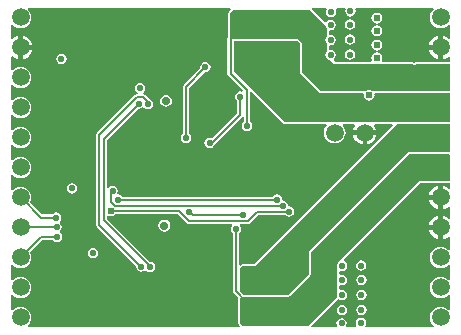
<source format=gbl>
G04*
G04 #@! TF.GenerationSoftware,Altium Limited,Altium Designer,18.0.11 (651)*
G04*
G04 Layer_Physical_Order=4*
G04 Layer_Color=16711680*
%FSLAX25Y25*%
%MOIN*%
G70*
G01*
G75*
%ADD38C,0.00800*%
%ADD42C,0.06299*%
%ADD43C,0.05906*%
%ADD44C,0.02200*%
%ADD45C,0.02410*%
%ADD46C,0.01968*%
%ADD47C,0.02400*%
%ADD48C,0.02800*%
G36*
X-2330Y2690D02*
X-2534Y2534D01*
X-3103Y1792D01*
X-3461Y927D01*
X-3583Y0D01*
X-3461Y-927D01*
X-3103Y-1792D01*
X-2534Y-2534D01*
X-1792Y-3103D01*
X-927Y-3461D01*
X0Y-3583D01*
X927Y-3461D01*
X1792Y-3103D01*
X2534Y-2534D01*
X2691Y-2330D01*
X3190Y-2499D01*
Y-6900D01*
X2691Y-7082D01*
X1993Y-6547D01*
X1032Y-6149D01*
X750Y-6112D01*
Y-10000D01*
Y-13888D01*
X1032Y-13851D01*
X1993Y-13453D01*
X2691Y-12918D01*
X3190Y-13100D01*
Y-14251D01*
X3190Y-14751D01*
X-7711Y-14751D01*
X-7886Y-14823D01*
X-8071Y-14860D01*
X-8257Y-14984D01*
X-8705Y-15073D01*
X-9154Y-14984D01*
X-9340Y-14860D01*
X-9526Y-14823D01*
X-9701Y-14751D01*
X-19420Y-14751D01*
X-19656Y-14310D01*
X-19584Y-14202D01*
X-19444Y-13500D01*
X-19584Y-12798D01*
X-19982Y-12202D01*
X-20577Y-11804D01*
X-21279Y-11665D01*
X-21982Y-11804D01*
X-22577Y-12202D01*
X-22975Y-12798D01*
X-23115Y-13500D01*
X-22975Y-14202D01*
X-22903Y-14310D01*
X-23139Y-14751D01*
X-35297Y-14751D01*
X-35668Y-14352D01*
X-35614Y-13861D01*
X-35411Y-13726D01*
X-35035Y-13163D01*
X-34903Y-12500D01*
X-35035Y-11837D01*
X-35411Y-11274D01*
X-35974Y-10899D01*
X-36637Y-10767D01*
X-36869Y-10813D01*
X-37256Y-10496D01*
Y-9504D01*
X-36869Y-9187D01*
X-36637Y-9233D01*
X-35974Y-9101D01*
X-35411Y-8726D01*
X-35035Y-8163D01*
X-34903Y-7500D01*
X-35035Y-6837D01*
X-35411Y-6274D01*
X-35974Y-5899D01*
X-36637Y-5767D01*
X-36869Y-5813D01*
X-37256Y-5496D01*
X-37256Y-4504D01*
X-36870Y-4187D01*
X-36637Y-4233D01*
X-35974Y-4101D01*
X-35411Y-3726D01*
X-35035Y-3163D01*
X-34903Y-2500D01*
X-35035Y-1837D01*
X-35411Y-1274D01*
X-35974Y-899D01*
X-36637Y-767D01*
X-37300Y-899D01*
X-37862Y-1274D01*
X-38025Y-1518D01*
X-38660Y-1590D01*
X-42940Y2690D01*
X-42733Y3190D01*
X-38252D01*
X-37985Y2690D01*
X-38070Y2563D01*
X-38202Y1900D01*
X-38070Y1237D01*
X-37694Y674D01*
X-37132Y299D01*
X-36468Y167D01*
X-35805Y299D01*
X-35243Y674D01*
X-34867Y1237D01*
X-34735Y1900D01*
X-34867Y2563D01*
X-34952Y2690D01*
X-34685Y3190D01*
X-31848D01*
X-31612Y2750D01*
X-31670Y2663D01*
X-31802Y2000D01*
X-31670Y1337D01*
X-31294Y774D01*
X-30732Y399D01*
X-30068Y267D01*
X-29405Y399D01*
X-28843Y774D01*
X-28467Y1337D01*
X-28335Y2000D01*
X-28467Y2663D01*
X-28525Y2750D01*
X-28289Y3190D01*
X-2499D01*
X-2330Y2690D01*
D02*
G37*
G36*
X-69952D02*
X-70665Y1978D01*
X-70855Y1519D01*
X-70855Y-6471D01*
X-70947Y-6610D01*
X-71025Y-7000D01*
Y-18774D01*
X-70947Y-19164D01*
X-70727Y-19495D01*
X-65932Y-24290D01*
X-66106Y-24771D01*
X-66136Y-24792D01*
X-66768Y-24667D01*
X-67432Y-24799D01*
X-67994Y-25174D01*
X-68370Y-25737D01*
X-68502Y-26400D01*
X-68370Y-27063D01*
X-67994Y-27626D01*
X-67788Y-27763D01*
Y-31978D01*
X-76198Y-40388D01*
X-76337Y-40295D01*
X-77000Y-40163D01*
X-77663Y-40295D01*
X-78226Y-40671D01*
X-78601Y-41234D01*
X-78733Y-41897D01*
X-78601Y-42560D01*
X-78226Y-43122D01*
X-77663Y-43498D01*
X-77000Y-43630D01*
X-76337Y-43498D01*
X-75774Y-43122D01*
X-75399Y-42560D01*
X-75377Y-42450D01*
X-66047Y-33121D01*
X-66020Y-33079D01*
X-65520Y-33231D01*
Y-34790D01*
X-65726Y-34928D01*
X-66101Y-35490D01*
X-66233Y-36154D01*
X-66101Y-36817D01*
X-65726Y-37379D01*
X-65163Y-37755D01*
X-64500Y-37887D01*
X-63837Y-37755D01*
X-63274Y-37379D01*
X-62899Y-36817D01*
X-62767Y-36154D01*
X-62899Y-35490D01*
X-63274Y-34928D01*
X-63480Y-34790D01*
Y-24988D01*
X-63019Y-24797D01*
X-52456Y-35359D01*
X-51997Y-35549D01*
X-38178D01*
X-37943Y-36049D01*
X-38372Y-36608D01*
X-38730Y-37473D01*
X-38852Y-38400D01*
X-38730Y-39327D01*
X-38372Y-40192D01*
X-37802Y-40934D01*
X-37060Y-41503D01*
X-36196Y-41861D01*
X-35268Y-41983D01*
X-34341Y-41861D01*
X-33477Y-41503D01*
X-32735Y-40934D01*
X-32165Y-40192D01*
X-31807Y-39327D01*
X-31685Y-38400D01*
X-31807Y-37473D01*
X-32165Y-36608D01*
X-32594Y-36049D01*
X-32359Y-35549D01*
X-28694D01*
X-28447Y-36049D01*
X-28721Y-36407D01*
X-29119Y-37368D01*
X-29157Y-37650D01*
X-21380D01*
X-21417Y-37368D01*
X-21816Y-36407D01*
X-22090Y-36049D01*
X-21843Y-35549D01*
X-16193D01*
X-16002Y-36011D01*
X-62141Y-82151D01*
X-65824D01*
X-66283Y-82341D01*
X-66680Y-82738D01*
X-67180Y-82531D01*
Y-71963D01*
X-66974Y-71826D01*
X-66599Y-71263D01*
X-66467Y-70600D01*
X-66599Y-69937D01*
X-66944Y-69420D01*
X-66892Y-69204D01*
X-66755Y-68920D01*
X-64100D01*
X-63710Y-68842D01*
X-63379Y-68621D01*
X-60678Y-65920D01*
X-51730D01*
X-51726Y-65926D01*
X-51163Y-66301D01*
X-50500Y-66433D01*
X-49837Y-66301D01*
X-49274Y-65926D01*
X-48899Y-65363D01*
X-48767Y-64700D01*
X-48899Y-64037D01*
X-49274Y-63474D01*
X-49837Y-63099D01*
X-50500Y-62967D01*
X-50918Y-62540D01*
X-50999Y-62137D01*
X-51374Y-61574D01*
X-51937Y-61199D01*
X-52340Y-61118D01*
X-52767Y-60700D01*
X-52899Y-60037D01*
X-53274Y-59474D01*
X-53837Y-59099D01*
X-54500Y-58967D01*
X-55163Y-59099D01*
X-55726Y-59474D01*
X-55897Y-59730D01*
X-106103D01*
X-106274Y-59474D01*
X-106837Y-59099D01*
X-107441Y-58978D01*
X-107600Y-58759D01*
X-107724Y-58501D01*
X-107699Y-58463D01*
X-107567Y-57800D01*
X-107699Y-57137D01*
X-108074Y-56574D01*
X-108637Y-56199D01*
X-109300Y-56067D01*
X-109963Y-56199D01*
X-110526Y-56574D01*
X-110775Y-56948D01*
X-111275Y-56796D01*
Y-40844D01*
X-100788Y-30356D01*
X-100400Y-30433D01*
X-99737Y-30301D01*
X-99174Y-29926D01*
X-98743Y-30181D01*
X-98263Y-30501D01*
X-97600Y-30633D01*
X-96937Y-30501D01*
X-96374Y-30126D01*
X-95999Y-29563D01*
X-95867Y-28900D01*
X-95999Y-28237D01*
X-96374Y-27674D01*
X-96937Y-27299D01*
X-97109Y-27264D01*
X-97279Y-27009D01*
X-98409Y-25879D01*
X-98740Y-25658D01*
X-99110Y-25584D01*
X-99142Y-25531D01*
X-99256Y-25080D01*
X-98874Y-24826D01*
X-98499Y-24263D01*
X-98367Y-23600D01*
X-98499Y-22937D01*
X-98874Y-22374D01*
X-99437Y-21999D01*
X-100100Y-21867D01*
X-100763Y-21999D01*
X-101326Y-22374D01*
X-101701Y-22937D01*
X-101833Y-23600D01*
X-101701Y-24263D01*
X-101326Y-24826D01*
X-100944Y-25080D01*
X-101096Y-25580D01*
X-101270D01*
X-101660Y-25658D01*
X-101991Y-25879D01*
X-114416Y-38304D01*
X-114637Y-38635D01*
X-114715Y-39025D01*
Y-69056D01*
X-114637Y-69446D01*
X-114416Y-69777D01*
X-101391Y-82802D01*
X-101439Y-83046D01*
X-101307Y-83709D01*
X-100931Y-84271D01*
X-100369Y-84647D01*
X-99705Y-84779D01*
X-99042Y-84647D01*
X-98680Y-84405D01*
X-98249Y-84343D01*
X-97982Y-84425D01*
X-97569Y-84701D01*
X-96905Y-84833D01*
X-96242Y-84701D01*
X-95680Y-84326D01*
X-95304Y-83763D01*
X-95172Y-83100D01*
X-95304Y-82437D01*
X-95680Y-81874D01*
X-96242Y-81499D01*
X-96905Y-81367D01*
X-96961Y-81378D01*
X-111275Y-67064D01*
Y-66249D01*
X-110834Y-66013D01*
X-110704Y-66100D01*
X-110000Y-66240D01*
X-109296Y-66100D01*
X-108699Y-65701D01*
X-108510Y-65420D01*
X-87722D01*
X-84521Y-68621D01*
X-84190Y-68842D01*
X-83800Y-68920D01*
X-69645D01*
X-69508Y-69204D01*
X-69456Y-69420D01*
X-69801Y-69937D01*
X-69933Y-70600D01*
X-69801Y-71263D01*
X-69426Y-71826D01*
X-69220Y-71963D01*
Y-90893D01*
X-69288Y-91237D01*
X-69210Y-91627D01*
X-68989Y-91958D01*
X-67329Y-93619D01*
X-67355Y-93682D01*
X-67355Y-101900D01*
X-67355Y-101900D01*
X-67355Y-101900D01*
X-67273Y-102098D01*
X-67165Y-102359D01*
X-67165Y-102359D01*
X-67165Y-102359D01*
X-66795Y-102728D01*
X-66987Y-103190D01*
X-137501D01*
X-137670Y-102690D01*
X-137466Y-102534D01*
X-136897Y-101792D01*
X-136539Y-100927D01*
X-136417Y-100000D01*
X-136539Y-99073D01*
X-136897Y-98208D01*
X-137466Y-97466D01*
X-138208Y-96897D01*
X-139073Y-96539D01*
X-140000Y-96417D01*
X-140927Y-96539D01*
X-141792Y-96897D01*
X-142534Y-97466D01*
X-142691Y-97670D01*
X-143191Y-97500D01*
Y-92500D01*
X-142691Y-92330D01*
X-142534Y-92534D01*
X-141792Y-93103D01*
X-140927Y-93461D01*
X-140000Y-93583D01*
X-139073Y-93461D01*
X-138208Y-93103D01*
X-137466Y-92534D01*
X-136897Y-91792D01*
X-136539Y-90927D01*
X-136417Y-90000D01*
X-136539Y-89073D01*
X-136897Y-88208D01*
X-137466Y-87466D01*
X-138208Y-86897D01*
X-139073Y-86539D01*
X-140000Y-86417D01*
X-140927Y-86539D01*
X-141792Y-86897D01*
X-142534Y-87466D01*
X-142691Y-87670D01*
X-143191Y-87501D01*
Y-82499D01*
X-142691Y-82330D01*
X-142534Y-82534D01*
X-141792Y-83103D01*
X-140927Y-83461D01*
X-140000Y-83583D01*
X-139073Y-83461D01*
X-138208Y-83103D01*
X-137466Y-82534D01*
X-136897Y-81792D01*
X-136539Y-80927D01*
X-136417Y-80000D01*
X-136539Y-79073D01*
X-136858Y-78300D01*
X-132678Y-74120D01*
X-129263D01*
X-129126Y-74326D01*
X-128563Y-74701D01*
X-127900Y-74833D01*
X-127237Y-74701D01*
X-126674Y-74326D01*
X-126299Y-73763D01*
X-126167Y-73100D01*
X-126299Y-72437D01*
X-126674Y-71874D01*
X-126836Y-71767D01*
Y-71337D01*
X-126765Y-71212D01*
X-126399Y-70663D01*
X-126267Y-70000D01*
X-126399Y-69337D01*
X-126774Y-68774D01*
X-127009Y-68617D01*
Y-68016D01*
X-126874Y-67926D01*
X-126499Y-67363D01*
X-126367Y-66700D01*
X-126499Y-66037D01*
X-126874Y-65474D01*
X-127437Y-65099D01*
X-128100Y-64967D01*
X-128763Y-65099D01*
X-129326Y-65474D01*
X-129463Y-65680D01*
X-132878D01*
X-136858Y-61700D01*
X-136539Y-60927D01*
X-136417Y-60000D01*
X-136539Y-59073D01*
X-136897Y-58208D01*
X-137466Y-57466D01*
X-138208Y-56897D01*
X-139073Y-56539D01*
X-140000Y-56417D01*
X-140927Y-56539D01*
X-141792Y-56897D01*
X-142534Y-57466D01*
X-142691Y-57670D01*
X-143191Y-57501D01*
Y-52499D01*
X-142691Y-52330D01*
X-142534Y-52534D01*
X-141792Y-53103D01*
X-140927Y-53461D01*
X-140000Y-53583D01*
X-139073Y-53461D01*
X-138208Y-53103D01*
X-137466Y-52534D01*
X-136897Y-51792D01*
X-136539Y-50927D01*
X-136417Y-50000D01*
X-136539Y-49073D01*
X-136897Y-48208D01*
X-137466Y-47466D01*
X-138208Y-46897D01*
X-139073Y-46539D01*
X-140000Y-46417D01*
X-140927Y-46539D01*
X-141792Y-46897D01*
X-142534Y-47466D01*
X-142691Y-47670D01*
X-143191Y-47501D01*
Y-42499D01*
X-142691Y-42330D01*
X-142534Y-42534D01*
X-141792Y-43103D01*
X-140927Y-43461D01*
X-140000Y-43583D01*
X-139073Y-43461D01*
X-138208Y-43103D01*
X-137466Y-42534D01*
X-136897Y-41792D01*
X-136539Y-40927D01*
X-136417Y-40000D01*
X-136539Y-39073D01*
X-136897Y-38208D01*
X-137466Y-37466D01*
X-138208Y-36897D01*
X-139073Y-36539D01*
X-140000Y-36417D01*
X-140927Y-36539D01*
X-141792Y-36897D01*
X-142534Y-37466D01*
X-142691Y-37670D01*
X-143191Y-37501D01*
X-143191Y-32499D01*
X-142691Y-32330D01*
X-142534Y-32534D01*
X-141792Y-33103D01*
X-140927Y-33461D01*
X-140000Y-33583D01*
X-139073Y-33461D01*
X-138208Y-33103D01*
X-137466Y-32534D01*
X-136897Y-31792D01*
X-136539Y-30927D01*
X-136417Y-30000D01*
X-136539Y-29073D01*
X-136897Y-28208D01*
X-137466Y-27466D01*
X-138208Y-26897D01*
X-139073Y-26539D01*
X-140000Y-26417D01*
X-140927Y-26539D01*
X-141792Y-26897D01*
X-142534Y-27466D01*
X-142691Y-27670D01*
X-143191Y-27501D01*
Y-22499D01*
X-142691Y-22330D01*
X-142534Y-22534D01*
X-141792Y-23103D01*
X-140927Y-23461D01*
X-140000Y-23583D01*
X-139073Y-23461D01*
X-138208Y-23103D01*
X-137466Y-22534D01*
X-136897Y-21792D01*
X-136539Y-20927D01*
X-136417Y-20000D01*
X-136539Y-19073D01*
X-136897Y-18208D01*
X-137466Y-17466D01*
X-138208Y-16897D01*
X-139073Y-16539D01*
X-140000Y-16417D01*
X-140927Y-16539D01*
X-141792Y-16897D01*
X-142534Y-17466D01*
X-142691Y-17670D01*
X-143191Y-17501D01*
Y-13100D01*
X-142691Y-12918D01*
X-141993Y-13453D01*
X-141032Y-13851D01*
X-140750Y-13888D01*
Y-10000D01*
Y-6112D01*
X-141032Y-6149D01*
X-141993Y-6547D01*
X-142691Y-7082D01*
X-143191Y-6900D01*
Y-2499D01*
X-142691Y-2330D01*
X-142534Y-2534D01*
X-141792Y-3103D01*
X-140927Y-3461D01*
X-140000Y-3583D01*
X-139073Y-3461D01*
X-138208Y-3103D01*
X-137466Y-2534D01*
X-136897Y-1792D01*
X-136539Y-927D01*
X-136417Y0D01*
X-136539Y927D01*
X-136897Y1792D01*
X-137466Y2534D01*
X-137670Y2690D01*
X-137501Y3190D01*
X-70159D01*
X-69952Y2690D01*
D02*
G37*
G36*
X-47905Y2400D02*
X-47905Y2400D01*
X-43568Y2400D01*
X-38296Y-2873D01*
X-38238Y-3163D01*
X-37905Y-3661D01*
X-37905Y-6339D01*
X-38238Y-6837D01*
X-38370Y-7500D01*
X-38238Y-8163D01*
X-37905Y-8661D01*
Y-11339D01*
X-38238Y-11837D01*
X-38370Y-12500D01*
X-38238Y-13163D01*
X-37862Y-13726D01*
X-37300Y-14101D01*
X-36964Y-14168D01*
X-35732Y-15400D01*
X-9701Y-15400D01*
X-9408Y-15596D01*
X-8705Y-15735D01*
X-8003Y-15596D01*
X-7711Y-15400D01*
X3190Y-15400D01*
Y-24400D01*
X-22810D01*
X-23103Y-24204D01*
X-23806Y-24065D01*
X-24508Y-24204D01*
X-24801Y-24400D01*
X-39999D01*
X-46256Y-18143D01*
Y-15070D01*
Y-8600D01*
X-46352Y-8370D01*
X-46446Y-8141D01*
X-47197Y-7390D01*
X-47197Y-7390D01*
X-47197Y-7390D01*
X-47413Y-7301D01*
X-47506Y-7262D01*
Y-7200D01*
X-69705Y-7200D01*
X-70205Y-6700D01*
X-70205Y1519D01*
X-69324Y2400D01*
X-47905Y2400D01*
D02*
G37*
G36*
X-47656Y-7849D02*
X-46905Y-8600D01*
Y-15070D01*
D01*
Y-18412D01*
X-40268Y-25049D01*
X-25958D01*
X-25571Y-25549D01*
X-25641Y-25900D01*
X-25501Y-26602D01*
X-25103Y-27198D01*
X-24508Y-27596D01*
X-23806Y-27735D01*
X-23103Y-27596D01*
X-22508Y-27198D01*
X-22110Y-26602D01*
X-21970Y-25900D01*
X-22040Y-25549D01*
X-21653Y-25049D01*
X3190D01*
Y-34900D01*
X-24635D01*
X-25268Y-34817D01*
X-25902Y-34900D01*
X-34635D01*
X-35268Y-34817D01*
X-35902Y-34900D01*
X-51997D01*
X-68986Y-17911D01*
Y-17600D01*
Y-16587D01*
D01*
Y-7849D01*
X-47656Y-7849D01*
D02*
G37*
G36*
X3190Y-45954D02*
Y-54600D01*
X-6968Y-54600D01*
X-33712Y-81344D01*
X-34057Y-81574D01*
X-34288Y-81919D01*
X-34400Y-82032D01*
Y-82088D01*
X-34433Y-82137D01*
X-34565Y-82800D01*
X-34433Y-83463D01*
X-34400Y-83512D01*
X-34400Y-86935D01*
X-34401Y-86937D01*
X-34533Y-87600D01*
X-34401Y-88263D01*
X-34400Y-88265D01*
X-34400Y-91935D01*
X-34401Y-91937D01*
X-34533Y-92600D01*
X-34445Y-93045D01*
X-44300Y-102900D01*
X-60115Y-102900D01*
X-60156Y-102800D01*
X-65806Y-102800D01*
X-66706Y-101900D01*
X-66705Y-93682D01*
X-66124Y-93100D01*
X-50968D01*
X-50918Y-93049D01*
X-50768D01*
X-50309Y-92859D01*
X-43540Y-86090D01*
X-43540Y-86090D01*
X-43540D01*
X-43350Y-85631D01*
X-43350Y-85631D01*
X-43350Y-85631D01*
X-43350Y-83206D01*
X-43351Y-83205D01*
Y-78482D01*
X-10469Y-45600D01*
X2837Y-45600D01*
X3190Y-45954D01*
D02*
G37*
G36*
Y-55249D02*
Y-56900D01*
X2690Y-57082D01*
X1993Y-56547D01*
X1032Y-56149D01*
X750Y-56112D01*
Y-60000D01*
Y-63888D01*
X1032Y-63851D01*
X1993Y-63453D01*
X2690Y-62918D01*
X3190Y-63100D01*
Y-66900D01*
X2690Y-67082D01*
X1993Y-66547D01*
X1032Y-66149D01*
X750Y-66112D01*
Y-70000D01*
Y-73888D01*
X1032Y-73851D01*
X1993Y-73453D01*
X2690Y-72918D01*
X3190Y-73100D01*
X3190Y-77500D01*
X2690Y-77670D01*
X2534Y-77466D01*
X1792Y-76897D01*
X927Y-76539D01*
X0Y-76417D01*
X-927Y-76539D01*
X-1792Y-76897D01*
X-2534Y-77466D01*
X-3103Y-78208D01*
X-3461Y-79073D01*
X-3583Y-80000D01*
X-3461Y-80927D01*
X-3103Y-81792D01*
X-2534Y-82534D01*
X-1792Y-83103D01*
X-927Y-83461D01*
X0Y-83583D01*
X927Y-83461D01*
X1792Y-83103D01*
X2534Y-82534D01*
X2690Y-82330D01*
X3190Y-82499D01*
Y-87501D01*
X2690Y-87670D01*
X2534Y-87466D01*
X1792Y-86897D01*
X927Y-86539D01*
X0Y-86417D01*
X-927Y-86539D01*
X-1792Y-86897D01*
X-2534Y-87466D01*
X-3103Y-88208D01*
X-3461Y-89073D01*
X-3583Y-90000D01*
X-3461Y-90927D01*
X-3103Y-91792D01*
X-2534Y-92534D01*
X-1792Y-93103D01*
X-927Y-93461D01*
X0Y-93583D01*
X927Y-93461D01*
X1792Y-93103D01*
X2534Y-92534D01*
X2690Y-92330D01*
X3190Y-92500D01*
X3190Y-97500D01*
X2690Y-97670D01*
X2534Y-97466D01*
X1792Y-96897D01*
X927Y-96539D01*
X0Y-96417D01*
X-927Y-96539D01*
X-1792Y-96897D01*
X-2534Y-97466D01*
X-3103Y-98208D01*
X-3461Y-99073D01*
X-3583Y-100000D01*
X-3461Y-100927D01*
X-3103Y-101792D01*
X-2534Y-102534D01*
X-2330Y-102690D01*
X-2499Y-103190D01*
X-24785D01*
X-25052Y-102690D01*
X-24967Y-102563D01*
X-24835Y-101900D01*
X-24967Y-101237D01*
X-25343Y-100674D01*
X-25905Y-100299D01*
X-26568Y-100167D01*
X-27232Y-100299D01*
X-27794Y-100674D01*
X-28170Y-101237D01*
X-28302Y-101900D01*
X-28170Y-102563D01*
X-28085Y-102690D01*
X-28352Y-103190D01*
X-31189D01*
X-31425Y-102750D01*
X-31367Y-102663D01*
X-31235Y-102000D01*
X-31367Y-101337D01*
X-31743Y-100774D01*
X-32305Y-100399D01*
X-32968Y-100267D01*
X-33632Y-100399D01*
X-34194Y-100774D01*
X-34570Y-101337D01*
X-34702Y-102000D01*
X-34570Y-102663D01*
X-34512Y-102750D01*
X-34748Y-103190D01*
X-43019D01*
X-43210Y-102728D01*
X-34282Y-93800D01*
X-34026Y-93826D01*
X-33463Y-94201D01*
X-32800Y-94333D01*
X-32137Y-94201D01*
X-31574Y-93826D01*
X-31199Y-93263D01*
X-31067Y-92600D01*
X-31199Y-91937D01*
X-31574Y-91374D01*
X-32137Y-90999D01*
X-32800Y-90867D01*
X-33251Y-90956D01*
X-33751Y-90635D01*
X-33751Y-89565D01*
X-33251Y-89244D01*
X-32800Y-89333D01*
X-32137Y-89201D01*
X-31574Y-88826D01*
X-31199Y-88263D01*
X-31067Y-87600D01*
X-31199Y-86937D01*
X-31574Y-86374D01*
X-32137Y-85999D01*
X-32800Y-85867D01*
X-33251Y-85956D01*
X-33751Y-85635D01*
X-33751Y-84786D01*
X-33251Y-84450D01*
X-32832Y-84533D01*
X-32168Y-84401D01*
X-31606Y-84026D01*
X-31230Y-83463D01*
X-31098Y-82800D01*
X-31230Y-82137D01*
X-31606Y-81574D01*
X-32032Y-81289D01*
X-32176Y-80726D01*
X-6699Y-55249D01*
X3190Y-55249D01*
D02*
G37*
G36*
Y-44951D02*
X-10737D01*
X-44000Y-78213D01*
Y-83205D01*
X-44000Y-83206D01*
X-44000Y-85631D01*
X-50768Y-92400D01*
X-65664D01*
X-66706Y-91358D01*
X-66705Y-83681D01*
X-65824Y-82800D01*
X-65171D01*
D01*
X-61872D01*
X-14622Y-35549D01*
X3190D01*
X3190Y-44951D01*
D02*
G37*
%LPC*%
G36*
X-21279Y1535D02*
X-21982Y1396D01*
X-22577Y998D01*
X-22975Y402D01*
X-23115Y-300D01*
X-22975Y-1002D01*
X-22577Y-1598D01*
X-21982Y-1996D01*
X-21279Y-2135D01*
X-20577Y-1996D01*
X-19982Y-1598D01*
X-19584Y-1002D01*
X-19444Y-300D01*
X-19584Y402D01*
X-19982Y998D01*
X-20577Y1396D01*
X-21279Y1535D01*
D02*
G37*
G36*
X-30237Y-667D02*
X-30900Y-799D01*
X-31462Y-1174D01*
X-31838Y-1737D01*
X-31970Y-2400D01*
X-31838Y-3063D01*
X-31462Y-3626D01*
X-30900Y-4001D01*
X-30237Y-4133D01*
X-29574Y-4001D01*
X-29011Y-3626D01*
X-28635Y-3063D01*
X-28504Y-2400D01*
X-28635Y-1737D01*
X-29011Y-1174D01*
X-29574Y-799D01*
X-30237Y-667D01*
D02*
G37*
G36*
X-21279Y-2665D02*
X-21982Y-2804D01*
X-22577Y-3202D01*
X-22975Y-3798D01*
X-23115Y-4500D01*
X-22975Y-5202D01*
X-22577Y-5798D01*
X-21982Y-6196D01*
X-21279Y-6335D01*
X-20577Y-6196D01*
X-19982Y-5798D01*
X-19584Y-5202D01*
X-19444Y-4500D01*
X-19584Y-3798D01*
X-19982Y-3202D01*
X-20577Y-2804D01*
X-21279Y-2665D01*
D02*
G37*
G36*
X-30237Y-5667D02*
X-30900Y-5799D01*
X-31462Y-6174D01*
X-31838Y-6737D01*
X-31970Y-7400D01*
X-31838Y-8063D01*
X-31462Y-8626D01*
X-30900Y-9001D01*
X-30237Y-9133D01*
X-29574Y-9001D01*
X-29011Y-8626D01*
X-28635Y-8063D01*
X-28504Y-7400D01*
X-28635Y-6737D01*
X-29011Y-6174D01*
X-29574Y-5799D01*
X-30237Y-5667D01*
D02*
G37*
G36*
X-750Y-6112D02*
X-1032Y-6149D01*
X-1993Y-6547D01*
X-2819Y-7181D01*
X-3453Y-8007D01*
X-3851Y-8968D01*
X-3888Y-9250D01*
X-750D01*
Y-6112D01*
D02*
G37*
G36*
X-21279Y-7465D02*
X-21982Y-7604D01*
X-22577Y-8002D01*
X-22975Y-8598D01*
X-23115Y-9300D01*
X-22975Y-10002D01*
X-22577Y-10598D01*
X-21982Y-10995D01*
X-21279Y-11135D01*
X-20577Y-10995D01*
X-19982Y-10598D01*
X-19584Y-10002D01*
X-19444Y-9300D01*
X-19584Y-8598D01*
X-19982Y-8002D01*
X-20577Y-7604D01*
X-21279Y-7465D01*
D02*
G37*
G36*
X-750Y-10750D02*
X-3888D01*
X-3851Y-11032D01*
X-3453Y-11993D01*
X-2819Y-12819D01*
X-1993Y-13453D01*
X-1032Y-13851D01*
X-750Y-13888D01*
Y-10750D01*
D02*
G37*
G36*
X-30237Y-10667D02*
X-30900Y-10799D01*
X-31462Y-11174D01*
X-31838Y-11737D01*
X-31970Y-12400D01*
X-31838Y-13063D01*
X-31462Y-13626D01*
X-30900Y-14001D01*
X-30237Y-14133D01*
X-29574Y-14001D01*
X-29011Y-13626D01*
X-28635Y-13063D01*
X-28504Y-12400D01*
X-28635Y-11737D01*
X-29011Y-11174D01*
X-29574Y-10799D01*
X-30237Y-10667D01*
D02*
G37*
G36*
X-139250Y-6112D02*
Y-9250D01*
X-136112D01*
X-136149Y-8968D01*
X-136547Y-8007D01*
X-137181Y-7181D01*
X-138007Y-6547D01*
X-138968Y-6149D01*
X-139250Y-6112D01*
D02*
G37*
G36*
X-136112Y-10750D02*
X-139250D01*
Y-13888D01*
X-138968Y-13851D01*
X-138007Y-13453D01*
X-137181Y-12819D01*
X-136547Y-11993D01*
X-136149Y-11032D01*
X-136112Y-10750D01*
D02*
G37*
G36*
X-126400Y-12067D02*
X-127063Y-12199D01*
X-127626Y-12574D01*
X-128001Y-13137D01*
X-128133Y-13800D01*
X-128001Y-14463D01*
X-127626Y-15026D01*
X-127063Y-15401D01*
X-126400Y-15533D01*
X-125737Y-15401D01*
X-125174Y-15026D01*
X-124799Y-14463D01*
X-124667Y-13800D01*
X-124799Y-13137D01*
X-125174Y-12574D01*
X-125737Y-12199D01*
X-126400Y-12067D01*
D02*
G37*
G36*
X-78405Y-14867D02*
X-79069Y-14999D01*
X-79631Y-15374D01*
X-80007Y-15937D01*
X-80139Y-16600D01*
X-80090Y-16843D01*
X-85627Y-22379D01*
X-85848Y-22710D01*
X-85925Y-23100D01*
Y-38737D01*
X-86131Y-38874D01*
X-86507Y-39437D01*
X-86639Y-40100D01*
X-86507Y-40763D01*
X-86131Y-41326D01*
X-85569Y-41701D01*
X-84905Y-41833D01*
X-84242Y-41701D01*
X-83680Y-41326D01*
X-83304Y-40763D01*
X-83172Y-40100D01*
X-83304Y-39437D01*
X-83680Y-38874D01*
X-83886Y-38737D01*
Y-23522D01*
X-78649Y-18285D01*
X-78405Y-18333D01*
X-77742Y-18201D01*
X-77180Y-17826D01*
X-76804Y-17263D01*
X-76672Y-16600D01*
X-76804Y-15937D01*
X-77180Y-15374D01*
X-77742Y-14999D01*
X-78405Y-14867D01*
D02*
G37*
G36*
X-91505Y-25761D02*
X-92286Y-25916D01*
X-92947Y-26358D01*
X-93389Y-27020D01*
X-93545Y-27800D01*
X-93389Y-28580D01*
X-92947Y-29242D01*
X-92286Y-29684D01*
X-91505Y-29839D01*
X-90725Y-29684D01*
X-90064Y-29242D01*
X-89622Y-28580D01*
X-89466Y-27800D01*
X-89622Y-27020D01*
X-90064Y-26358D01*
X-90725Y-25916D01*
X-91505Y-25761D01*
D02*
G37*
G36*
X-21380Y-39150D02*
X-24518D01*
Y-42288D01*
X-24237Y-42251D01*
X-23275Y-41853D01*
X-22449Y-41219D01*
X-21816Y-40393D01*
X-21417Y-39432D01*
X-21380Y-39150D01*
D02*
G37*
G36*
X-26018D02*
X-29157D01*
X-29119Y-39432D01*
X-28721Y-40393D01*
X-28087Y-41219D01*
X-27262Y-41853D01*
X-26300Y-42251D01*
X-26018Y-42288D01*
Y-39150D01*
D02*
G37*
G36*
X-122800Y-55267D02*
X-123463Y-55399D01*
X-124026Y-55774D01*
X-124401Y-56337D01*
X-124533Y-57000D01*
X-124401Y-57663D01*
X-124026Y-58226D01*
X-123463Y-58601D01*
X-122800Y-58733D01*
X-122137Y-58601D01*
X-121574Y-58226D01*
X-121199Y-57663D01*
X-121067Y-57000D01*
X-121199Y-56337D01*
X-121574Y-55774D01*
X-122137Y-55399D01*
X-122800Y-55267D01*
D02*
G37*
G36*
X-92106Y-67361D02*
X-92886Y-67516D01*
X-93547Y-67958D01*
X-93989Y-68620D01*
X-94145Y-69400D01*
X-93989Y-70180D01*
X-93547Y-70842D01*
X-92886Y-71284D01*
X-92106Y-71439D01*
X-91325Y-71284D01*
X-90664Y-70842D01*
X-90222Y-70180D01*
X-90066Y-69400D01*
X-90222Y-68620D01*
X-90664Y-67958D01*
X-91325Y-67516D01*
X-92106Y-67361D01*
D02*
G37*
G36*
X-115900Y-76867D02*
X-116563Y-76999D01*
X-117126Y-77374D01*
X-117501Y-77937D01*
X-117633Y-78600D01*
X-117501Y-79263D01*
X-117126Y-79826D01*
X-116563Y-80201D01*
X-115900Y-80333D01*
X-115237Y-80201D01*
X-114674Y-79826D01*
X-114299Y-79263D01*
X-114167Y-78600D01*
X-114299Y-77937D01*
X-114674Y-77374D01*
X-115237Y-76999D01*
X-115900Y-76867D01*
D02*
G37*
G36*
X-750Y-56112D02*
X-1032Y-56149D01*
X-1993Y-56547D01*
X-2819Y-57181D01*
X-3453Y-58007D01*
X-3851Y-58968D01*
X-3888Y-59250D01*
X-750D01*
Y-56112D01*
D02*
G37*
G36*
Y-60750D02*
X-3888D01*
X-3851Y-61032D01*
X-3453Y-61993D01*
X-2819Y-62819D01*
X-1993Y-63453D01*
X-1032Y-63851D01*
X-750Y-63888D01*
Y-60750D01*
D02*
G37*
G36*
Y-66112D02*
X-1032Y-66149D01*
X-1993Y-66547D01*
X-2819Y-67181D01*
X-3453Y-68007D01*
X-3851Y-68968D01*
X-3888Y-69250D01*
X-750D01*
Y-66112D01*
D02*
G37*
G36*
Y-70750D02*
X-3888D01*
X-3851Y-71032D01*
X-3453Y-71993D01*
X-2819Y-72819D01*
X-1993Y-73453D01*
X-1032Y-73851D01*
X-750Y-73888D01*
Y-70750D01*
D02*
G37*
G36*
X-26432Y-80967D02*
X-27095Y-81099D01*
X-27657Y-81474D01*
X-28033Y-82037D01*
X-28165Y-82700D01*
X-28033Y-83363D01*
X-27657Y-83926D01*
X-27095Y-84301D01*
X-26432Y-84433D01*
X-25768Y-84301D01*
X-25206Y-83926D01*
X-24830Y-83363D01*
X-24698Y-82700D01*
X-24830Y-82037D01*
X-25206Y-81474D01*
X-25768Y-81099D01*
X-26432Y-80967D01*
D02*
G37*
G36*
X-26400Y-85767D02*
X-27063Y-85899D01*
X-27626Y-86274D01*
X-28001Y-86837D01*
X-28133Y-87500D01*
X-28001Y-88163D01*
X-27626Y-88726D01*
X-27063Y-89101D01*
X-26400Y-89233D01*
X-25737Y-89101D01*
X-25174Y-88726D01*
X-24799Y-88163D01*
X-24667Y-87500D01*
X-24799Y-86837D01*
X-25174Y-86274D01*
X-25737Y-85899D01*
X-26400Y-85767D01*
D02*
G37*
G36*
Y-90767D02*
X-27063Y-90899D01*
X-27626Y-91274D01*
X-28001Y-91837D01*
X-28133Y-92500D01*
X-28001Y-93163D01*
X-27626Y-93726D01*
X-27063Y-94101D01*
X-26400Y-94233D01*
X-25737Y-94101D01*
X-25174Y-93726D01*
X-24799Y-93163D01*
X-24667Y-92500D01*
X-24799Y-91837D01*
X-25174Y-91274D01*
X-25737Y-90899D01*
X-26400Y-90767D01*
D02*
G37*
G36*
Y-95767D02*
X-27063Y-95899D01*
X-27626Y-96274D01*
X-28001Y-96837D01*
X-28133Y-97500D01*
X-28001Y-98163D01*
X-27626Y-98726D01*
X-27063Y-99101D01*
X-26400Y-99233D01*
X-25737Y-99101D01*
X-25174Y-98726D01*
X-24799Y-98163D01*
X-24667Y-97500D01*
X-24799Y-96837D01*
X-25174Y-96274D01*
X-25737Y-95899D01*
X-26400Y-95767D01*
D02*
G37*
G36*
X-32800Y-95867D02*
X-33463Y-95999D01*
X-34026Y-96374D01*
X-34401Y-96937D01*
X-34533Y-97600D01*
X-34401Y-98263D01*
X-34026Y-98826D01*
X-33463Y-99201D01*
X-32800Y-99333D01*
X-32137Y-99201D01*
X-31574Y-98826D01*
X-31199Y-98263D01*
X-31067Y-97600D01*
X-31199Y-96937D01*
X-31574Y-96374D01*
X-32137Y-95999D01*
X-32800Y-95867D01*
D02*
G37*
%LPD*%
D38*
X-109700Y-61582D02*
X-108482Y-62800D01*
X-109700Y-61582D02*
Y-58579D01*
X-108482Y-62800D02*
X-52600D01*
X-83800Y-64900D02*
Y-64794D01*
X-83700Y-64694D01*
X-83605Y-64600D01*
X-87300Y-64400D02*
X-83800Y-67900D01*
X-64100D01*
X-83605Y-64600D02*
X-82406Y-65800D01*
X-76265Y-41897D02*
X-66768Y-32400D01*
X-77000Y-41897D02*
X-76265D01*
X-107550Y-60750D02*
X-54550D01*
X-54500Y-60700D01*
X-61100Y-64900D02*
X-50700D01*
X-50500Y-64700D01*
X-112295Y-40421D02*
X-100574Y-28700D01*
X-112295Y-67486D02*
Y-40421D01*
X-113695Y-39025D02*
X-101270Y-26600D01*
X-113695Y-69056D02*
Y-39025D01*
X-112295Y-67486D02*
X-96905Y-82876D01*
X-113695Y-69056D02*
X-99705Y-83046D01*
X-101270Y-26600D02*
X-99130D01*
X-107550Y-60750D02*
X-107500Y-60700D01*
X-110000Y-64400D02*
X-87300D01*
X-100574Y-28700D02*
X-100400D01*
X-99130Y-26600D02*
X-98000Y-27730D01*
X-97600Y-28900D02*
Y-28521D01*
X-98000Y-28121D02*
X-97600Y-28521D01*
X-98000Y-28121D02*
Y-27730D01*
X-133100Y-73100D02*
X-127900D01*
X-140000Y-80000D02*
X-133100Y-73100D01*
X-133300Y-66700D02*
X-128100D01*
X-140000Y-60000D02*
X-133300Y-66700D01*
X-64100Y-67900D02*
X-61100Y-64900D01*
X-109700Y-58579D02*
X-109300Y-58179D01*
Y-57800D01*
X-82406Y-65800D02*
X-65700D01*
X-68200Y-91169D02*
Y-70600D01*
X-68268Y-91237D02*
X-68200Y-91169D01*
X-68268Y-91237D02*
X-64406Y-95100D01*
X-140000Y-70000D02*
X-128000D01*
X-66768Y-32400D02*
Y-26400D01*
X-64500Y-36154D02*
Y-24280D01*
X-70006Y-18774D02*
X-64500Y-24280D01*
X-96905Y-83100D02*
Y-82876D01*
X-84905Y-40100D02*
Y-23100D01*
X-78405Y-16600D01*
X-70006Y-18774D02*
Y-7000D01*
X-67905Y-4900D01*
D42*
X0Y-50000D02*
D03*
Y-40000D02*
D03*
Y-30000D02*
D03*
Y-20000D02*
D03*
D43*
X-140000Y-60000D02*
D03*
Y-100000D02*
D03*
Y-90000D02*
D03*
Y-80000D02*
D03*
Y-70000D02*
D03*
Y-20000D02*
D03*
Y-30000D02*
D03*
Y-40000D02*
D03*
Y-50000D02*
D03*
X0Y-80000D02*
D03*
Y-100000D02*
D03*
Y-90000D02*
D03*
X-140000Y0D02*
D03*
Y-10000D02*
D03*
X0Y0D02*
D03*
Y-10000D02*
D03*
Y-60000D02*
D03*
Y-70000D02*
D03*
X-35268Y-38400D02*
D03*
X-25268D02*
D03*
D44*
X-83800Y-64900D02*
D03*
X-77000Y-41897D02*
D03*
X-54500Y-60700D02*
D03*
X-52600Y-62800D02*
D03*
X-50500Y-64700D02*
D03*
X-107500Y-60700D02*
D03*
X-100400Y-28700D02*
D03*
X-100100Y-23600D02*
D03*
X-97600Y-28900D02*
D03*
X-30237Y-12400D02*
D03*
Y-7400D02*
D03*
Y-2400D02*
D03*
X-36637Y-2500D02*
D03*
Y-7500D02*
D03*
Y-12500D02*
D03*
X-30068Y2000D02*
D03*
X-36468Y1900D02*
D03*
X-26568Y-101900D02*
D03*
X-32968Y-102000D02*
D03*
X-32832Y-82800D02*
D03*
X-26432Y-82700D02*
D03*
X-127900Y-73100D02*
D03*
X-128100Y-66700D02*
D03*
X-126400Y-13800D02*
D03*
X-122800Y-57000D02*
D03*
X-65700Y-65800D02*
D03*
X-109300Y-57800D02*
D03*
X-68200Y-70600D02*
D03*
X-128000Y-70000D02*
D03*
X-115900Y-78600D02*
D03*
X-66768Y-26400D02*
D03*
X-64500Y-36154D02*
D03*
X-84905Y-40100D02*
D03*
X-78405Y-16600D02*
D03*
X-100000Y-18300D02*
D03*
X-99705Y-83046D02*
D03*
X-96905Y-83100D02*
D03*
X-85905Y-17700D02*
D03*
X-67905Y-9900D02*
D03*
Y-14900D02*
D03*
X-58631D02*
D03*
Y-9900D02*
D03*
Y-4900D02*
D03*
Y100D02*
D03*
X-67905D02*
D03*
Y-4900D02*
D03*
X-49244Y-14900D02*
D03*
Y-9900D02*
D03*
X-49301Y100D02*
D03*
X-45801Y-85100D02*
D03*
X-45744Y-95100D02*
D03*
X-64406Y-90100D02*
D03*
Y-85100D02*
D03*
X-55131D02*
D03*
Y-90100D02*
D03*
Y-95100D02*
D03*
Y-100100D02*
D03*
X-64406D02*
D03*
Y-95100D02*
D03*
X-26400Y-87500D02*
D03*
Y-92500D02*
D03*
Y-97500D02*
D03*
X-32800Y-97600D02*
D03*
Y-92600D02*
D03*
Y-87600D02*
D03*
D45*
X-141800Y-24800D02*
D03*
X-130300Y-34800D02*
D03*
X-141500Y-84800D02*
D03*
X-130400Y-46400D02*
D03*
X-73700Y-8200D02*
D03*
X-71200Y-88000D02*
D03*
X-72800Y1500D02*
D03*
X-40200Y1900D02*
D03*
X-37700Y-101900D02*
D03*
X-71200Y-100000D02*
D03*
X-49500Y-67600D02*
D03*
X-124700Y-75400D02*
D03*
X-126000Y-4000D02*
D03*
X-29877Y-42473D02*
D03*
X-33627Y-49973D02*
D03*
X-44877Y-42473D02*
D03*
X-41127Y-49973D02*
D03*
X-44877Y-57473D02*
D03*
X-52377Y-42473D02*
D03*
X-48627Y-49973D02*
D03*
X-59877Y-42473D02*
D03*
X-56127Y-49973D02*
D03*
X-63627D02*
D03*
X-7700Y-100100D02*
D03*
X-16100Y-78500D02*
D03*
X-20800Y-101200D02*
D03*
X-134400Y-101300D02*
D03*
X-110000Y-64400D02*
D03*
X-115900D02*
D03*
D46*
X-92711Y-40125D02*
D03*
X-88380D02*
D03*
X-105703Y-57448D02*
D03*
X-97042D02*
D03*
X-92711D02*
D03*
X-88380D02*
D03*
X-101372D02*
D03*
X-88380Y-44456D02*
D03*
Y-48787D02*
D03*
Y-53117D02*
D03*
X-92711Y-44456D02*
D03*
Y-48787D02*
D03*
Y-53117D02*
D03*
X-97042Y-40125D02*
D03*
Y-44456D02*
D03*
Y-48787D02*
D03*
Y-53117D02*
D03*
X-101372Y-40125D02*
D03*
Y-44456D02*
D03*
Y-48787D02*
D03*
Y-53117D02*
D03*
X-105703Y-40125D02*
D03*
Y-44456D02*
D03*
Y-48787D02*
D03*
Y-53117D02*
D03*
D47*
X-110500Y-81500D02*
D03*
X-92567Y-80546D02*
D03*
X-111805Y-87700D02*
D03*
X-109306Y-17200D02*
D03*
X-23806Y-25900D02*
D03*
X-8705Y-700D02*
D03*
Y-4900D02*
D03*
X-8705Y-13900D02*
D03*
Y-9700D02*
D03*
X-108400Y-28100D02*
D03*
X-119600Y-32000D02*
D03*
X-21279Y-9300D02*
D03*
Y-13500D02*
D03*
X-21279Y-4500D02*
D03*
Y-300D02*
D03*
X-72700Y-27000D02*
D03*
X-78268Y-12400D02*
D03*
D48*
X-92106Y-69400D02*
D03*
X-123200Y-51200D02*
D03*
X-91505Y-27800D02*
D03*
X-108405Y-500D02*
D03*
Y-5500D02*
D03*
X-112406D02*
D03*
Y-500D02*
D03*
X-108905Y-95100D02*
D03*
Y-100100D02*
D03*
X-104905D02*
D03*
Y-95100D02*
D03*
M02*

</source>
